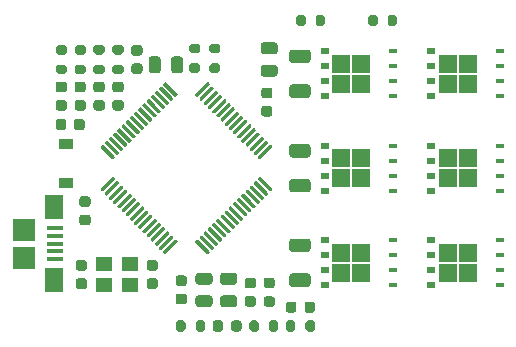
<source format=gbr>
%TF.GenerationSoftware,KiCad,Pcbnew,(5.1.12)-1*%
%TF.CreationDate,2022-04-07T02:34:00+02:00*%
%TF.ProjectId,xESC2,78455343-322e-46b6-9963-61645f706362,rev?*%
%TF.SameCoordinates,Original*%
%TF.FileFunction,Paste,Top*%
%TF.FilePolarity,Positive*%
%FSLAX46Y46*%
G04 Gerber Fmt 4.6, Leading zero omitted, Abs format (unit mm)*
G04 Created by KiCad (PCBNEW (5.1.12)-1) date 2022-04-07 02:34:00*
%MOMM*%
%LPD*%
G01*
G04 APERTURE LIST*
%ADD10R,1.400000X1.200000*%
%ADD11R,1.600000X2.100000*%
%ADD12R,1.900000X1.900000*%
%ADD13R,1.350000X0.400000*%
%ADD14R,1.200000X0.900000*%
%ADD15R,0.750000X0.500000*%
%ADD16R,1.500000X1.500000*%
%ADD17R,0.750000X0.400000*%
G04 APERTURE END LIST*
%TO.C,C3*%
G36*
G01*
X254650001Y-109500000D02*
X253349999Y-109500000D01*
G75*
G02*
X253100000Y-109250001I0J249999D01*
G01*
X253100000Y-108599999D01*
G75*
G02*
X253349999Y-108350000I249999J0D01*
G01*
X254650001Y-108350000D01*
G75*
G02*
X254900000Y-108599999I0J-249999D01*
G01*
X254900000Y-109250001D01*
G75*
G02*
X254650001Y-109500000I-249999J0D01*
G01*
G37*
G36*
G01*
X254650001Y-112450000D02*
X253349999Y-112450000D01*
G75*
G02*
X253100000Y-112200001I0J249999D01*
G01*
X253100000Y-111549999D01*
G75*
G02*
X253349999Y-111300000I249999J0D01*
G01*
X254650001Y-111300000D01*
G75*
G02*
X254900000Y-111549999I0J-249999D01*
G01*
X254900000Y-112200001D01*
G75*
G02*
X254650001Y-112450000I-249999J0D01*
G01*
G37*
%TD*%
D10*
%TO.C,Y1*%
X237400000Y-126550000D03*
X239600000Y-126550000D03*
X239600000Y-128250000D03*
X237400000Y-128250000D03*
%TD*%
%TO.C,U4*%
G36*
G01*
X238124428Y-117639860D02*
X237134478Y-116649910D01*
G75*
G02*
X237134478Y-116543844I53033J53033D01*
G01*
X237240544Y-116437778D01*
G75*
G02*
X237346610Y-116437778I53033J-53033D01*
G01*
X238336560Y-117427728D01*
G75*
G02*
X238336560Y-117533794I-53033J-53033D01*
G01*
X238230494Y-117639860D01*
G75*
G02*
X238124428Y-117639860I-53033J53033D01*
G01*
G37*
G36*
G01*
X238477981Y-117286307D02*
X237488031Y-116296357D01*
G75*
G02*
X237488031Y-116190291I53033J53033D01*
G01*
X237594097Y-116084225D01*
G75*
G02*
X237700163Y-116084225I53033J-53033D01*
G01*
X238690113Y-117074175D01*
G75*
G02*
X238690113Y-117180241I-53033J-53033D01*
G01*
X238584047Y-117286307D01*
G75*
G02*
X238477981Y-117286307I-53033J53033D01*
G01*
G37*
G36*
G01*
X238831534Y-116932754D02*
X237841584Y-115942804D01*
G75*
G02*
X237841584Y-115836738I53033J53033D01*
G01*
X237947650Y-115730672D01*
G75*
G02*
X238053716Y-115730672I53033J-53033D01*
G01*
X239043666Y-116720622D01*
G75*
G02*
X239043666Y-116826688I-53033J-53033D01*
G01*
X238937600Y-116932754D01*
G75*
G02*
X238831534Y-116932754I-53033J53033D01*
G01*
G37*
G36*
G01*
X239185088Y-116579200D02*
X238195138Y-115589250D01*
G75*
G02*
X238195138Y-115483184I53033J53033D01*
G01*
X238301204Y-115377118D01*
G75*
G02*
X238407270Y-115377118I53033J-53033D01*
G01*
X239397220Y-116367068D01*
G75*
G02*
X239397220Y-116473134I-53033J-53033D01*
G01*
X239291154Y-116579200D01*
G75*
G02*
X239185088Y-116579200I-53033J53033D01*
G01*
G37*
G36*
G01*
X239538641Y-116225647D02*
X238548691Y-115235697D01*
G75*
G02*
X238548691Y-115129631I53033J53033D01*
G01*
X238654757Y-115023565D01*
G75*
G02*
X238760823Y-115023565I53033J-53033D01*
G01*
X239750773Y-116013515D01*
G75*
G02*
X239750773Y-116119581I-53033J-53033D01*
G01*
X239644707Y-116225647D01*
G75*
G02*
X239538641Y-116225647I-53033J53033D01*
G01*
G37*
G36*
G01*
X239892195Y-115872093D02*
X238902245Y-114882143D01*
G75*
G02*
X238902245Y-114776077I53033J53033D01*
G01*
X239008311Y-114670011D01*
G75*
G02*
X239114377Y-114670011I53033J-53033D01*
G01*
X240104327Y-115659961D01*
G75*
G02*
X240104327Y-115766027I-53033J-53033D01*
G01*
X239998261Y-115872093D01*
G75*
G02*
X239892195Y-115872093I-53033J53033D01*
G01*
G37*
G36*
G01*
X240245748Y-115518540D02*
X239255798Y-114528590D01*
G75*
G02*
X239255798Y-114422524I53033J53033D01*
G01*
X239361864Y-114316458D01*
G75*
G02*
X239467930Y-114316458I53033J-53033D01*
G01*
X240457880Y-115306408D01*
G75*
G02*
X240457880Y-115412474I-53033J-53033D01*
G01*
X240351814Y-115518540D01*
G75*
G02*
X240245748Y-115518540I-53033J53033D01*
G01*
G37*
G36*
G01*
X240599301Y-115164987D02*
X239609351Y-114175037D01*
G75*
G02*
X239609351Y-114068971I53033J53033D01*
G01*
X239715417Y-113962905D01*
G75*
G02*
X239821483Y-113962905I53033J-53033D01*
G01*
X240811433Y-114952855D01*
G75*
G02*
X240811433Y-115058921I-53033J-53033D01*
G01*
X240705367Y-115164987D01*
G75*
G02*
X240599301Y-115164987I-53033J53033D01*
G01*
G37*
G36*
G01*
X240952855Y-114811433D02*
X239962905Y-113821483D01*
G75*
G02*
X239962905Y-113715417I53033J53033D01*
G01*
X240068971Y-113609351D01*
G75*
G02*
X240175037Y-113609351I53033J-53033D01*
G01*
X241164987Y-114599301D01*
G75*
G02*
X241164987Y-114705367I-53033J-53033D01*
G01*
X241058921Y-114811433D01*
G75*
G02*
X240952855Y-114811433I-53033J53033D01*
G01*
G37*
G36*
G01*
X241306408Y-114457880D02*
X240316458Y-113467930D01*
G75*
G02*
X240316458Y-113361864I53033J53033D01*
G01*
X240422524Y-113255798D01*
G75*
G02*
X240528590Y-113255798I53033J-53033D01*
G01*
X241518540Y-114245748D01*
G75*
G02*
X241518540Y-114351814I-53033J-53033D01*
G01*
X241412474Y-114457880D01*
G75*
G02*
X241306408Y-114457880I-53033J53033D01*
G01*
G37*
G36*
G01*
X241659961Y-114104327D02*
X240670011Y-113114377D01*
G75*
G02*
X240670011Y-113008311I53033J53033D01*
G01*
X240776077Y-112902245D01*
G75*
G02*
X240882143Y-112902245I53033J-53033D01*
G01*
X241872093Y-113892195D01*
G75*
G02*
X241872093Y-113998261I-53033J-53033D01*
G01*
X241766027Y-114104327D01*
G75*
G02*
X241659961Y-114104327I-53033J53033D01*
G01*
G37*
G36*
G01*
X242013515Y-113750773D02*
X241023565Y-112760823D01*
G75*
G02*
X241023565Y-112654757I53033J53033D01*
G01*
X241129631Y-112548691D01*
G75*
G02*
X241235697Y-112548691I53033J-53033D01*
G01*
X242225647Y-113538641D01*
G75*
G02*
X242225647Y-113644707I-53033J-53033D01*
G01*
X242119581Y-113750773D01*
G75*
G02*
X242013515Y-113750773I-53033J53033D01*
G01*
G37*
G36*
G01*
X242367068Y-113397220D02*
X241377118Y-112407270D01*
G75*
G02*
X241377118Y-112301204I53033J53033D01*
G01*
X241483184Y-112195138D01*
G75*
G02*
X241589250Y-112195138I53033J-53033D01*
G01*
X242579200Y-113185088D01*
G75*
G02*
X242579200Y-113291154I-53033J-53033D01*
G01*
X242473134Y-113397220D01*
G75*
G02*
X242367068Y-113397220I-53033J53033D01*
G01*
G37*
G36*
G01*
X242720622Y-113043666D02*
X241730672Y-112053716D01*
G75*
G02*
X241730672Y-111947650I53033J53033D01*
G01*
X241836738Y-111841584D01*
G75*
G02*
X241942804Y-111841584I53033J-53033D01*
G01*
X242932754Y-112831534D01*
G75*
G02*
X242932754Y-112937600I-53033J-53033D01*
G01*
X242826688Y-113043666D01*
G75*
G02*
X242720622Y-113043666I-53033J53033D01*
G01*
G37*
G36*
G01*
X243074175Y-112690113D02*
X242084225Y-111700163D01*
G75*
G02*
X242084225Y-111594097I53033J53033D01*
G01*
X242190291Y-111488031D01*
G75*
G02*
X242296357Y-111488031I53033J-53033D01*
G01*
X243286307Y-112477981D01*
G75*
G02*
X243286307Y-112584047I-53033J-53033D01*
G01*
X243180241Y-112690113D01*
G75*
G02*
X243074175Y-112690113I-53033J53033D01*
G01*
G37*
G36*
G01*
X243427728Y-112336560D02*
X242437778Y-111346610D01*
G75*
G02*
X242437778Y-111240544I53033J53033D01*
G01*
X242543844Y-111134478D01*
G75*
G02*
X242649910Y-111134478I53033J-53033D01*
G01*
X243639860Y-112124428D01*
G75*
G02*
X243639860Y-112230494I-53033J-53033D01*
G01*
X243533794Y-112336560D01*
G75*
G02*
X243427728Y-112336560I-53033J53033D01*
G01*
G37*
G36*
G01*
X245266206Y-112336560D02*
X245160140Y-112230494D01*
G75*
G02*
X245160140Y-112124428I53033J53033D01*
G01*
X246150090Y-111134478D01*
G75*
G02*
X246256156Y-111134478I53033J-53033D01*
G01*
X246362222Y-111240544D01*
G75*
G02*
X246362222Y-111346610I-53033J-53033D01*
G01*
X245372272Y-112336560D01*
G75*
G02*
X245266206Y-112336560I-53033J53033D01*
G01*
G37*
G36*
G01*
X245619759Y-112690113D02*
X245513693Y-112584047D01*
G75*
G02*
X245513693Y-112477981I53033J53033D01*
G01*
X246503643Y-111488031D01*
G75*
G02*
X246609709Y-111488031I53033J-53033D01*
G01*
X246715775Y-111594097D01*
G75*
G02*
X246715775Y-111700163I-53033J-53033D01*
G01*
X245725825Y-112690113D01*
G75*
G02*
X245619759Y-112690113I-53033J53033D01*
G01*
G37*
G36*
G01*
X245973312Y-113043666D02*
X245867246Y-112937600D01*
G75*
G02*
X245867246Y-112831534I53033J53033D01*
G01*
X246857196Y-111841584D01*
G75*
G02*
X246963262Y-111841584I53033J-53033D01*
G01*
X247069328Y-111947650D01*
G75*
G02*
X247069328Y-112053716I-53033J-53033D01*
G01*
X246079378Y-113043666D01*
G75*
G02*
X245973312Y-113043666I-53033J53033D01*
G01*
G37*
G36*
G01*
X246326866Y-113397220D02*
X246220800Y-113291154D01*
G75*
G02*
X246220800Y-113185088I53033J53033D01*
G01*
X247210750Y-112195138D01*
G75*
G02*
X247316816Y-112195138I53033J-53033D01*
G01*
X247422882Y-112301204D01*
G75*
G02*
X247422882Y-112407270I-53033J-53033D01*
G01*
X246432932Y-113397220D01*
G75*
G02*
X246326866Y-113397220I-53033J53033D01*
G01*
G37*
G36*
G01*
X246680419Y-113750773D02*
X246574353Y-113644707D01*
G75*
G02*
X246574353Y-113538641I53033J53033D01*
G01*
X247564303Y-112548691D01*
G75*
G02*
X247670369Y-112548691I53033J-53033D01*
G01*
X247776435Y-112654757D01*
G75*
G02*
X247776435Y-112760823I-53033J-53033D01*
G01*
X246786485Y-113750773D01*
G75*
G02*
X246680419Y-113750773I-53033J53033D01*
G01*
G37*
G36*
G01*
X247033973Y-114104327D02*
X246927907Y-113998261D01*
G75*
G02*
X246927907Y-113892195I53033J53033D01*
G01*
X247917857Y-112902245D01*
G75*
G02*
X248023923Y-112902245I53033J-53033D01*
G01*
X248129989Y-113008311D01*
G75*
G02*
X248129989Y-113114377I-53033J-53033D01*
G01*
X247140039Y-114104327D01*
G75*
G02*
X247033973Y-114104327I-53033J53033D01*
G01*
G37*
G36*
G01*
X247387526Y-114457880D02*
X247281460Y-114351814D01*
G75*
G02*
X247281460Y-114245748I53033J53033D01*
G01*
X248271410Y-113255798D01*
G75*
G02*
X248377476Y-113255798I53033J-53033D01*
G01*
X248483542Y-113361864D01*
G75*
G02*
X248483542Y-113467930I-53033J-53033D01*
G01*
X247493592Y-114457880D01*
G75*
G02*
X247387526Y-114457880I-53033J53033D01*
G01*
G37*
G36*
G01*
X247741079Y-114811433D02*
X247635013Y-114705367D01*
G75*
G02*
X247635013Y-114599301I53033J53033D01*
G01*
X248624963Y-113609351D01*
G75*
G02*
X248731029Y-113609351I53033J-53033D01*
G01*
X248837095Y-113715417D01*
G75*
G02*
X248837095Y-113821483I-53033J-53033D01*
G01*
X247847145Y-114811433D01*
G75*
G02*
X247741079Y-114811433I-53033J53033D01*
G01*
G37*
G36*
G01*
X248094633Y-115164987D02*
X247988567Y-115058921D01*
G75*
G02*
X247988567Y-114952855I53033J53033D01*
G01*
X248978517Y-113962905D01*
G75*
G02*
X249084583Y-113962905I53033J-53033D01*
G01*
X249190649Y-114068971D01*
G75*
G02*
X249190649Y-114175037I-53033J-53033D01*
G01*
X248200699Y-115164987D01*
G75*
G02*
X248094633Y-115164987I-53033J53033D01*
G01*
G37*
G36*
G01*
X248448186Y-115518540D02*
X248342120Y-115412474D01*
G75*
G02*
X248342120Y-115306408I53033J53033D01*
G01*
X249332070Y-114316458D01*
G75*
G02*
X249438136Y-114316458I53033J-53033D01*
G01*
X249544202Y-114422524D01*
G75*
G02*
X249544202Y-114528590I-53033J-53033D01*
G01*
X248554252Y-115518540D01*
G75*
G02*
X248448186Y-115518540I-53033J53033D01*
G01*
G37*
G36*
G01*
X248801739Y-115872093D02*
X248695673Y-115766027D01*
G75*
G02*
X248695673Y-115659961I53033J53033D01*
G01*
X249685623Y-114670011D01*
G75*
G02*
X249791689Y-114670011I53033J-53033D01*
G01*
X249897755Y-114776077D01*
G75*
G02*
X249897755Y-114882143I-53033J-53033D01*
G01*
X248907805Y-115872093D01*
G75*
G02*
X248801739Y-115872093I-53033J53033D01*
G01*
G37*
G36*
G01*
X249155293Y-116225647D02*
X249049227Y-116119581D01*
G75*
G02*
X249049227Y-116013515I53033J53033D01*
G01*
X250039177Y-115023565D01*
G75*
G02*
X250145243Y-115023565I53033J-53033D01*
G01*
X250251309Y-115129631D01*
G75*
G02*
X250251309Y-115235697I-53033J-53033D01*
G01*
X249261359Y-116225647D01*
G75*
G02*
X249155293Y-116225647I-53033J53033D01*
G01*
G37*
G36*
G01*
X249508846Y-116579200D02*
X249402780Y-116473134D01*
G75*
G02*
X249402780Y-116367068I53033J53033D01*
G01*
X250392730Y-115377118D01*
G75*
G02*
X250498796Y-115377118I53033J-53033D01*
G01*
X250604862Y-115483184D01*
G75*
G02*
X250604862Y-115589250I-53033J-53033D01*
G01*
X249614912Y-116579200D01*
G75*
G02*
X249508846Y-116579200I-53033J53033D01*
G01*
G37*
G36*
G01*
X249862400Y-116932754D02*
X249756334Y-116826688D01*
G75*
G02*
X249756334Y-116720622I53033J53033D01*
G01*
X250746284Y-115730672D01*
G75*
G02*
X250852350Y-115730672I53033J-53033D01*
G01*
X250958416Y-115836738D01*
G75*
G02*
X250958416Y-115942804I-53033J-53033D01*
G01*
X249968466Y-116932754D01*
G75*
G02*
X249862400Y-116932754I-53033J53033D01*
G01*
G37*
G36*
G01*
X250215953Y-117286307D02*
X250109887Y-117180241D01*
G75*
G02*
X250109887Y-117074175I53033J53033D01*
G01*
X251099837Y-116084225D01*
G75*
G02*
X251205903Y-116084225I53033J-53033D01*
G01*
X251311969Y-116190291D01*
G75*
G02*
X251311969Y-116296357I-53033J-53033D01*
G01*
X250322019Y-117286307D01*
G75*
G02*
X250215953Y-117286307I-53033J53033D01*
G01*
G37*
G36*
G01*
X250569506Y-117639860D02*
X250463440Y-117533794D01*
G75*
G02*
X250463440Y-117427728I53033J53033D01*
G01*
X251453390Y-116437778D01*
G75*
G02*
X251559456Y-116437778I53033J-53033D01*
G01*
X251665522Y-116543844D01*
G75*
G02*
X251665522Y-116649910I-53033J-53033D01*
G01*
X250675572Y-117639860D01*
G75*
G02*
X250569506Y-117639860I-53033J53033D01*
G01*
G37*
G36*
G01*
X251453390Y-120362222D02*
X250463440Y-119372272D01*
G75*
G02*
X250463440Y-119266206I53033J53033D01*
G01*
X250569506Y-119160140D01*
G75*
G02*
X250675572Y-119160140I53033J-53033D01*
G01*
X251665522Y-120150090D01*
G75*
G02*
X251665522Y-120256156I-53033J-53033D01*
G01*
X251559456Y-120362222D01*
G75*
G02*
X251453390Y-120362222I-53033J53033D01*
G01*
G37*
G36*
G01*
X251099837Y-120715775D02*
X250109887Y-119725825D01*
G75*
G02*
X250109887Y-119619759I53033J53033D01*
G01*
X250215953Y-119513693D01*
G75*
G02*
X250322019Y-119513693I53033J-53033D01*
G01*
X251311969Y-120503643D01*
G75*
G02*
X251311969Y-120609709I-53033J-53033D01*
G01*
X251205903Y-120715775D01*
G75*
G02*
X251099837Y-120715775I-53033J53033D01*
G01*
G37*
G36*
G01*
X250746284Y-121069328D02*
X249756334Y-120079378D01*
G75*
G02*
X249756334Y-119973312I53033J53033D01*
G01*
X249862400Y-119867246D01*
G75*
G02*
X249968466Y-119867246I53033J-53033D01*
G01*
X250958416Y-120857196D01*
G75*
G02*
X250958416Y-120963262I-53033J-53033D01*
G01*
X250852350Y-121069328D01*
G75*
G02*
X250746284Y-121069328I-53033J53033D01*
G01*
G37*
G36*
G01*
X250392730Y-121422882D02*
X249402780Y-120432932D01*
G75*
G02*
X249402780Y-120326866I53033J53033D01*
G01*
X249508846Y-120220800D01*
G75*
G02*
X249614912Y-120220800I53033J-53033D01*
G01*
X250604862Y-121210750D01*
G75*
G02*
X250604862Y-121316816I-53033J-53033D01*
G01*
X250498796Y-121422882D01*
G75*
G02*
X250392730Y-121422882I-53033J53033D01*
G01*
G37*
G36*
G01*
X250039177Y-121776435D02*
X249049227Y-120786485D01*
G75*
G02*
X249049227Y-120680419I53033J53033D01*
G01*
X249155293Y-120574353D01*
G75*
G02*
X249261359Y-120574353I53033J-53033D01*
G01*
X250251309Y-121564303D01*
G75*
G02*
X250251309Y-121670369I-53033J-53033D01*
G01*
X250145243Y-121776435D01*
G75*
G02*
X250039177Y-121776435I-53033J53033D01*
G01*
G37*
G36*
G01*
X249685623Y-122129989D02*
X248695673Y-121140039D01*
G75*
G02*
X248695673Y-121033973I53033J53033D01*
G01*
X248801739Y-120927907D01*
G75*
G02*
X248907805Y-120927907I53033J-53033D01*
G01*
X249897755Y-121917857D01*
G75*
G02*
X249897755Y-122023923I-53033J-53033D01*
G01*
X249791689Y-122129989D01*
G75*
G02*
X249685623Y-122129989I-53033J53033D01*
G01*
G37*
G36*
G01*
X249332070Y-122483542D02*
X248342120Y-121493592D01*
G75*
G02*
X248342120Y-121387526I53033J53033D01*
G01*
X248448186Y-121281460D01*
G75*
G02*
X248554252Y-121281460I53033J-53033D01*
G01*
X249544202Y-122271410D01*
G75*
G02*
X249544202Y-122377476I-53033J-53033D01*
G01*
X249438136Y-122483542D01*
G75*
G02*
X249332070Y-122483542I-53033J53033D01*
G01*
G37*
G36*
G01*
X248978517Y-122837095D02*
X247988567Y-121847145D01*
G75*
G02*
X247988567Y-121741079I53033J53033D01*
G01*
X248094633Y-121635013D01*
G75*
G02*
X248200699Y-121635013I53033J-53033D01*
G01*
X249190649Y-122624963D01*
G75*
G02*
X249190649Y-122731029I-53033J-53033D01*
G01*
X249084583Y-122837095D01*
G75*
G02*
X248978517Y-122837095I-53033J53033D01*
G01*
G37*
G36*
G01*
X248624963Y-123190649D02*
X247635013Y-122200699D01*
G75*
G02*
X247635013Y-122094633I53033J53033D01*
G01*
X247741079Y-121988567D01*
G75*
G02*
X247847145Y-121988567I53033J-53033D01*
G01*
X248837095Y-122978517D01*
G75*
G02*
X248837095Y-123084583I-53033J-53033D01*
G01*
X248731029Y-123190649D01*
G75*
G02*
X248624963Y-123190649I-53033J53033D01*
G01*
G37*
G36*
G01*
X248271410Y-123544202D02*
X247281460Y-122554252D01*
G75*
G02*
X247281460Y-122448186I53033J53033D01*
G01*
X247387526Y-122342120D01*
G75*
G02*
X247493592Y-122342120I53033J-53033D01*
G01*
X248483542Y-123332070D01*
G75*
G02*
X248483542Y-123438136I-53033J-53033D01*
G01*
X248377476Y-123544202D01*
G75*
G02*
X248271410Y-123544202I-53033J53033D01*
G01*
G37*
G36*
G01*
X247917857Y-123897755D02*
X246927907Y-122907805D01*
G75*
G02*
X246927907Y-122801739I53033J53033D01*
G01*
X247033973Y-122695673D01*
G75*
G02*
X247140039Y-122695673I53033J-53033D01*
G01*
X248129989Y-123685623D01*
G75*
G02*
X248129989Y-123791689I-53033J-53033D01*
G01*
X248023923Y-123897755D01*
G75*
G02*
X247917857Y-123897755I-53033J53033D01*
G01*
G37*
G36*
G01*
X247564303Y-124251309D02*
X246574353Y-123261359D01*
G75*
G02*
X246574353Y-123155293I53033J53033D01*
G01*
X246680419Y-123049227D01*
G75*
G02*
X246786485Y-123049227I53033J-53033D01*
G01*
X247776435Y-124039177D01*
G75*
G02*
X247776435Y-124145243I-53033J-53033D01*
G01*
X247670369Y-124251309D01*
G75*
G02*
X247564303Y-124251309I-53033J53033D01*
G01*
G37*
G36*
G01*
X247210750Y-124604862D02*
X246220800Y-123614912D01*
G75*
G02*
X246220800Y-123508846I53033J53033D01*
G01*
X246326866Y-123402780D01*
G75*
G02*
X246432932Y-123402780I53033J-53033D01*
G01*
X247422882Y-124392730D01*
G75*
G02*
X247422882Y-124498796I-53033J-53033D01*
G01*
X247316816Y-124604862D01*
G75*
G02*
X247210750Y-124604862I-53033J53033D01*
G01*
G37*
G36*
G01*
X246857196Y-124958416D02*
X245867246Y-123968466D01*
G75*
G02*
X245867246Y-123862400I53033J53033D01*
G01*
X245973312Y-123756334D01*
G75*
G02*
X246079378Y-123756334I53033J-53033D01*
G01*
X247069328Y-124746284D01*
G75*
G02*
X247069328Y-124852350I-53033J-53033D01*
G01*
X246963262Y-124958416D01*
G75*
G02*
X246857196Y-124958416I-53033J53033D01*
G01*
G37*
G36*
G01*
X246503643Y-125311969D02*
X245513693Y-124322019D01*
G75*
G02*
X245513693Y-124215953I53033J53033D01*
G01*
X245619759Y-124109887D01*
G75*
G02*
X245725825Y-124109887I53033J-53033D01*
G01*
X246715775Y-125099837D01*
G75*
G02*
X246715775Y-125205903I-53033J-53033D01*
G01*
X246609709Y-125311969D01*
G75*
G02*
X246503643Y-125311969I-53033J53033D01*
G01*
G37*
G36*
G01*
X246150090Y-125665522D02*
X245160140Y-124675572D01*
G75*
G02*
X245160140Y-124569506I53033J53033D01*
G01*
X245266206Y-124463440D01*
G75*
G02*
X245372272Y-124463440I53033J-53033D01*
G01*
X246362222Y-125453390D01*
G75*
G02*
X246362222Y-125559456I-53033J-53033D01*
G01*
X246256156Y-125665522D01*
G75*
G02*
X246150090Y-125665522I-53033J53033D01*
G01*
G37*
G36*
G01*
X242543844Y-125665522D02*
X242437778Y-125559456D01*
G75*
G02*
X242437778Y-125453390I53033J53033D01*
G01*
X243427728Y-124463440D01*
G75*
G02*
X243533794Y-124463440I53033J-53033D01*
G01*
X243639860Y-124569506D01*
G75*
G02*
X243639860Y-124675572I-53033J-53033D01*
G01*
X242649910Y-125665522D01*
G75*
G02*
X242543844Y-125665522I-53033J53033D01*
G01*
G37*
G36*
G01*
X242190291Y-125311969D02*
X242084225Y-125205903D01*
G75*
G02*
X242084225Y-125099837I53033J53033D01*
G01*
X243074175Y-124109887D01*
G75*
G02*
X243180241Y-124109887I53033J-53033D01*
G01*
X243286307Y-124215953D01*
G75*
G02*
X243286307Y-124322019I-53033J-53033D01*
G01*
X242296357Y-125311969D01*
G75*
G02*
X242190291Y-125311969I-53033J53033D01*
G01*
G37*
G36*
G01*
X241836738Y-124958416D02*
X241730672Y-124852350D01*
G75*
G02*
X241730672Y-124746284I53033J53033D01*
G01*
X242720622Y-123756334D01*
G75*
G02*
X242826688Y-123756334I53033J-53033D01*
G01*
X242932754Y-123862400D01*
G75*
G02*
X242932754Y-123968466I-53033J-53033D01*
G01*
X241942804Y-124958416D01*
G75*
G02*
X241836738Y-124958416I-53033J53033D01*
G01*
G37*
G36*
G01*
X241483184Y-124604862D02*
X241377118Y-124498796D01*
G75*
G02*
X241377118Y-124392730I53033J53033D01*
G01*
X242367068Y-123402780D01*
G75*
G02*
X242473134Y-123402780I53033J-53033D01*
G01*
X242579200Y-123508846D01*
G75*
G02*
X242579200Y-123614912I-53033J-53033D01*
G01*
X241589250Y-124604862D01*
G75*
G02*
X241483184Y-124604862I-53033J53033D01*
G01*
G37*
G36*
G01*
X241129631Y-124251309D02*
X241023565Y-124145243D01*
G75*
G02*
X241023565Y-124039177I53033J53033D01*
G01*
X242013515Y-123049227D01*
G75*
G02*
X242119581Y-123049227I53033J-53033D01*
G01*
X242225647Y-123155293D01*
G75*
G02*
X242225647Y-123261359I-53033J-53033D01*
G01*
X241235697Y-124251309D01*
G75*
G02*
X241129631Y-124251309I-53033J53033D01*
G01*
G37*
G36*
G01*
X240776077Y-123897755D02*
X240670011Y-123791689D01*
G75*
G02*
X240670011Y-123685623I53033J53033D01*
G01*
X241659961Y-122695673D01*
G75*
G02*
X241766027Y-122695673I53033J-53033D01*
G01*
X241872093Y-122801739D01*
G75*
G02*
X241872093Y-122907805I-53033J-53033D01*
G01*
X240882143Y-123897755D01*
G75*
G02*
X240776077Y-123897755I-53033J53033D01*
G01*
G37*
G36*
G01*
X240422524Y-123544202D02*
X240316458Y-123438136D01*
G75*
G02*
X240316458Y-123332070I53033J53033D01*
G01*
X241306408Y-122342120D01*
G75*
G02*
X241412474Y-122342120I53033J-53033D01*
G01*
X241518540Y-122448186D01*
G75*
G02*
X241518540Y-122554252I-53033J-53033D01*
G01*
X240528590Y-123544202D01*
G75*
G02*
X240422524Y-123544202I-53033J53033D01*
G01*
G37*
G36*
G01*
X240068971Y-123190649D02*
X239962905Y-123084583D01*
G75*
G02*
X239962905Y-122978517I53033J53033D01*
G01*
X240952855Y-121988567D01*
G75*
G02*
X241058921Y-121988567I53033J-53033D01*
G01*
X241164987Y-122094633D01*
G75*
G02*
X241164987Y-122200699I-53033J-53033D01*
G01*
X240175037Y-123190649D01*
G75*
G02*
X240068971Y-123190649I-53033J53033D01*
G01*
G37*
G36*
G01*
X239715417Y-122837095D02*
X239609351Y-122731029D01*
G75*
G02*
X239609351Y-122624963I53033J53033D01*
G01*
X240599301Y-121635013D01*
G75*
G02*
X240705367Y-121635013I53033J-53033D01*
G01*
X240811433Y-121741079D01*
G75*
G02*
X240811433Y-121847145I-53033J-53033D01*
G01*
X239821483Y-122837095D01*
G75*
G02*
X239715417Y-122837095I-53033J53033D01*
G01*
G37*
G36*
G01*
X239361864Y-122483542D02*
X239255798Y-122377476D01*
G75*
G02*
X239255798Y-122271410I53033J53033D01*
G01*
X240245748Y-121281460D01*
G75*
G02*
X240351814Y-121281460I53033J-53033D01*
G01*
X240457880Y-121387526D01*
G75*
G02*
X240457880Y-121493592I-53033J-53033D01*
G01*
X239467930Y-122483542D01*
G75*
G02*
X239361864Y-122483542I-53033J53033D01*
G01*
G37*
G36*
G01*
X239008311Y-122129989D02*
X238902245Y-122023923D01*
G75*
G02*
X238902245Y-121917857I53033J53033D01*
G01*
X239892195Y-120927907D01*
G75*
G02*
X239998261Y-120927907I53033J-53033D01*
G01*
X240104327Y-121033973D01*
G75*
G02*
X240104327Y-121140039I-53033J-53033D01*
G01*
X239114377Y-122129989D01*
G75*
G02*
X239008311Y-122129989I-53033J53033D01*
G01*
G37*
G36*
G01*
X238654757Y-121776435D02*
X238548691Y-121670369D01*
G75*
G02*
X238548691Y-121564303I53033J53033D01*
G01*
X239538641Y-120574353D01*
G75*
G02*
X239644707Y-120574353I53033J-53033D01*
G01*
X239750773Y-120680419D01*
G75*
G02*
X239750773Y-120786485I-53033J-53033D01*
G01*
X238760823Y-121776435D01*
G75*
G02*
X238654757Y-121776435I-53033J53033D01*
G01*
G37*
G36*
G01*
X238301204Y-121422882D02*
X238195138Y-121316816D01*
G75*
G02*
X238195138Y-121210750I53033J53033D01*
G01*
X239185088Y-120220800D01*
G75*
G02*
X239291154Y-120220800I53033J-53033D01*
G01*
X239397220Y-120326866D01*
G75*
G02*
X239397220Y-120432932I-53033J-53033D01*
G01*
X238407270Y-121422882D01*
G75*
G02*
X238301204Y-121422882I-53033J53033D01*
G01*
G37*
G36*
G01*
X237947650Y-121069328D02*
X237841584Y-120963262D01*
G75*
G02*
X237841584Y-120857196I53033J53033D01*
G01*
X238831534Y-119867246D01*
G75*
G02*
X238937600Y-119867246I53033J-53033D01*
G01*
X239043666Y-119973312D01*
G75*
G02*
X239043666Y-120079378I-53033J-53033D01*
G01*
X238053716Y-121069328D01*
G75*
G02*
X237947650Y-121069328I-53033J53033D01*
G01*
G37*
G36*
G01*
X237594097Y-120715775D02*
X237488031Y-120609709D01*
G75*
G02*
X237488031Y-120503643I53033J53033D01*
G01*
X238477981Y-119513693D01*
G75*
G02*
X238584047Y-119513693I53033J-53033D01*
G01*
X238690113Y-119619759D01*
G75*
G02*
X238690113Y-119725825I-53033J-53033D01*
G01*
X237700163Y-120715775D01*
G75*
G02*
X237594097Y-120715775I-53033J53033D01*
G01*
G37*
G36*
G01*
X237240544Y-120362222D02*
X237134478Y-120256156D01*
G75*
G02*
X237134478Y-120150090I53033J53033D01*
G01*
X238124428Y-119160140D01*
G75*
G02*
X238230494Y-119160140I53033J-53033D01*
G01*
X238336560Y-119266206D01*
G75*
G02*
X238336560Y-119372272I-53033J-53033D01*
G01*
X237346610Y-120362222D01*
G75*
G02*
X237240544Y-120362222I-53033J53033D01*
G01*
G37*
%TD*%
%TO.C,R40*%
G36*
G01*
X261425000Y-106175000D02*
X261425000Y-105625000D01*
G75*
G02*
X261625000Y-105425000I200000J0D01*
G01*
X262025000Y-105425000D01*
G75*
G02*
X262225000Y-105625000I0J-200000D01*
G01*
X262225000Y-106175000D01*
G75*
G02*
X262025000Y-106375000I-200000J0D01*
G01*
X261625000Y-106375000D01*
G75*
G02*
X261425000Y-106175000I0J200000D01*
G01*
G37*
G36*
G01*
X259775000Y-106175000D02*
X259775000Y-105625000D01*
G75*
G02*
X259975000Y-105425000I200000J0D01*
G01*
X260375000Y-105425000D01*
G75*
G02*
X260575000Y-105625000I0J-200000D01*
G01*
X260575000Y-106175000D01*
G75*
G02*
X260375000Y-106375000I-200000J0D01*
G01*
X259975000Y-106375000D01*
G75*
G02*
X259775000Y-106175000I0J200000D01*
G01*
G37*
%TD*%
%TO.C,R39*%
G36*
G01*
X255325000Y-106175000D02*
X255325000Y-105625000D01*
G75*
G02*
X255525000Y-105425000I200000J0D01*
G01*
X255925000Y-105425000D01*
G75*
G02*
X256125000Y-105625000I0J-200000D01*
G01*
X256125000Y-106175000D01*
G75*
G02*
X255925000Y-106375000I-200000J0D01*
G01*
X255525000Y-106375000D01*
G75*
G02*
X255325000Y-106175000I0J200000D01*
G01*
G37*
G36*
G01*
X253675000Y-106175000D02*
X253675000Y-105625000D01*
G75*
G02*
X253875000Y-105425000I200000J0D01*
G01*
X254275000Y-105425000D01*
G75*
G02*
X254475000Y-105625000I0J-200000D01*
G01*
X254475000Y-106175000D01*
G75*
G02*
X254275000Y-106375000I-200000J0D01*
G01*
X253875000Y-106375000D01*
G75*
G02*
X253675000Y-106175000I0J200000D01*
G01*
G37*
%TD*%
%TO.C,R38*%
G36*
G01*
X245165000Y-132035000D02*
X245165000Y-131485000D01*
G75*
G02*
X245365000Y-131285000I200000J0D01*
G01*
X245765000Y-131285000D01*
G75*
G02*
X245965000Y-131485000I0J-200000D01*
G01*
X245965000Y-132035000D01*
G75*
G02*
X245765000Y-132235000I-200000J0D01*
G01*
X245365000Y-132235000D01*
G75*
G02*
X245165000Y-132035000I0J200000D01*
G01*
G37*
G36*
G01*
X243515000Y-132035000D02*
X243515000Y-131485000D01*
G75*
G02*
X243715000Y-131285000I200000J0D01*
G01*
X244115000Y-131285000D01*
G75*
G02*
X244315000Y-131485000I0J-200000D01*
G01*
X244315000Y-132035000D01*
G75*
G02*
X244115000Y-132235000I-200000J0D01*
G01*
X243715000Y-132235000D01*
G75*
G02*
X243515000Y-132035000I0J200000D01*
G01*
G37*
%TD*%
%TO.C,R37*%
G36*
G01*
X251365000Y-132035000D02*
X251365000Y-131485000D01*
G75*
G02*
X251565000Y-131285000I200000J0D01*
G01*
X251965000Y-131285000D01*
G75*
G02*
X252165000Y-131485000I0J-200000D01*
G01*
X252165000Y-132035000D01*
G75*
G02*
X251965000Y-132235000I-200000J0D01*
G01*
X251565000Y-132235000D01*
G75*
G02*
X251365000Y-132035000I0J200000D01*
G01*
G37*
G36*
G01*
X249715000Y-132035000D02*
X249715000Y-131485000D01*
G75*
G02*
X249915000Y-131285000I200000J0D01*
G01*
X250315000Y-131285000D01*
G75*
G02*
X250515000Y-131485000I0J-200000D01*
G01*
X250515000Y-132035000D01*
G75*
G02*
X250315000Y-132235000I-200000J0D01*
G01*
X249915000Y-132235000D01*
G75*
G02*
X249715000Y-132035000I0J200000D01*
G01*
G37*
%TD*%
%TO.C,D5*%
G36*
G01*
X247490000Y-131503750D02*
X247490000Y-132016250D01*
G75*
G02*
X247271250Y-132235000I-218750J0D01*
G01*
X246833750Y-132235000D01*
G75*
G02*
X246615000Y-132016250I0J218750D01*
G01*
X246615000Y-131503750D01*
G75*
G02*
X246833750Y-131285000I218750J0D01*
G01*
X247271250Y-131285000D01*
G75*
G02*
X247490000Y-131503750I0J-218750D01*
G01*
G37*
G36*
G01*
X249065000Y-131503750D02*
X249065000Y-132016250D01*
G75*
G02*
X248846250Y-132235000I-218750J0D01*
G01*
X248408750Y-132235000D01*
G75*
G02*
X248190000Y-132016250I0J218750D01*
G01*
X248190000Y-131503750D01*
G75*
G02*
X248408750Y-131285000I218750J0D01*
G01*
X248846250Y-131285000D01*
G75*
G02*
X249065000Y-131503750I0J-218750D01*
G01*
G37*
%TD*%
%TO.C,D4*%
G36*
G01*
X251143750Y-129250000D02*
X251656250Y-129250000D01*
G75*
G02*
X251875000Y-129468750I0J-218750D01*
G01*
X251875000Y-129906250D01*
G75*
G02*
X251656250Y-130125000I-218750J0D01*
G01*
X251143750Y-130125000D01*
G75*
G02*
X250925000Y-129906250I0J218750D01*
G01*
X250925000Y-129468750D01*
G75*
G02*
X251143750Y-129250000I218750J0D01*
G01*
G37*
G36*
G01*
X251143750Y-127675000D02*
X251656250Y-127675000D01*
G75*
G02*
X251875000Y-127893750I0J-218750D01*
G01*
X251875000Y-128331250D01*
G75*
G02*
X251656250Y-128550000I-218750J0D01*
G01*
X251143750Y-128550000D01*
G75*
G02*
X250925000Y-128331250I0J218750D01*
G01*
X250925000Y-127893750D01*
G75*
G02*
X251143750Y-127675000I218750J0D01*
G01*
G37*
%TD*%
%TO.C,R35*%
G36*
G01*
X238325000Y-109625000D02*
X238875000Y-109625000D01*
G75*
G02*
X239075000Y-109825000I0J-200000D01*
G01*
X239075000Y-110225000D01*
G75*
G02*
X238875000Y-110425000I-200000J0D01*
G01*
X238325000Y-110425000D01*
G75*
G02*
X238125000Y-110225000I0J200000D01*
G01*
X238125000Y-109825000D01*
G75*
G02*
X238325000Y-109625000I200000J0D01*
G01*
G37*
G36*
G01*
X238325000Y-107975000D02*
X238875000Y-107975000D01*
G75*
G02*
X239075000Y-108175000I0J-200000D01*
G01*
X239075000Y-108575000D01*
G75*
G02*
X238875000Y-108775000I-200000J0D01*
G01*
X238325000Y-108775000D01*
G75*
G02*
X238125000Y-108575000I0J200000D01*
G01*
X238125000Y-108175000D01*
G75*
G02*
X238325000Y-107975000I200000J0D01*
G01*
G37*
%TD*%
%TO.C,R34*%
G36*
G01*
X236725000Y-109625000D02*
X237275000Y-109625000D01*
G75*
G02*
X237475000Y-109825000I0J-200000D01*
G01*
X237475000Y-110225000D01*
G75*
G02*
X237275000Y-110425000I-200000J0D01*
G01*
X236725000Y-110425000D01*
G75*
G02*
X236525000Y-110225000I0J200000D01*
G01*
X236525000Y-109825000D01*
G75*
G02*
X236725000Y-109625000I200000J0D01*
G01*
G37*
G36*
G01*
X236725000Y-107975000D02*
X237275000Y-107975000D01*
G75*
G02*
X237475000Y-108175000I0J-200000D01*
G01*
X237475000Y-108575000D01*
G75*
G02*
X237275000Y-108775000I-200000J0D01*
G01*
X236725000Y-108775000D01*
G75*
G02*
X236525000Y-108575000I0J200000D01*
G01*
X236525000Y-108175000D01*
G75*
G02*
X236725000Y-107975000I200000J0D01*
G01*
G37*
%TD*%
%TO.C,R33*%
G36*
G01*
X235125000Y-109625000D02*
X235675000Y-109625000D01*
G75*
G02*
X235875000Y-109825000I0J-200000D01*
G01*
X235875000Y-110225000D01*
G75*
G02*
X235675000Y-110425000I-200000J0D01*
G01*
X235125000Y-110425000D01*
G75*
G02*
X234925000Y-110225000I0J200000D01*
G01*
X234925000Y-109825000D01*
G75*
G02*
X235125000Y-109625000I200000J0D01*
G01*
G37*
G36*
G01*
X235125000Y-107975000D02*
X235675000Y-107975000D01*
G75*
G02*
X235875000Y-108175000I0J-200000D01*
G01*
X235875000Y-108575000D01*
G75*
G02*
X235675000Y-108775000I-200000J0D01*
G01*
X235125000Y-108775000D01*
G75*
G02*
X234925000Y-108575000I0J200000D01*
G01*
X234925000Y-108175000D01*
G75*
G02*
X235125000Y-107975000I200000J0D01*
G01*
G37*
%TD*%
%TO.C,R32*%
G36*
G01*
X245375000Y-108675000D02*
X244825000Y-108675000D01*
G75*
G02*
X244625000Y-108475000I0J200000D01*
G01*
X244625000Y-108075000D01*
G75*
G02*
X244825000Y-107875000I200000J0D01*
G01*
X245375000Y-107875000D01*
G75*
G02*
X245575000Y-108075000I0J-200000D01*
G01*
X245575000Y-108475000D01*
G75*
G02*
X245375000Y-108675000I-200000J0D01*
G01*
G37*
G36*
G01*
X245375000Y-110325000D02*
X244825000Y-110325000D01*
G75*
G02*
X244625000Y-110125000I0J200000D01*
G01*
X244625000Y-109725000D01*
G75*
G02*
X244825000Y-109525000I200000J0D01*
G01*
X245375000Y-109525000D01*
G75*
G02*
X245575000Y-109725000I0J-200000D01*
G01*
X245575000Y-110125000D01*
G75*
G02*
X245375000Y-110325000I-200000J0D01*
G01*
G37*
%TD*%
%TO.C,R31*%
G36*
G01*
X247075000Y-108675000D02*
X246525000Y-108675000D01*
G75*
G02*
X246325000Y-108475000I0J200000D01*
G01*
X246325000Y-108075000D01*
G75*
G02*
X246525000Y-107875000I200000J0D01*
G01*
X247075000Y-107875000D01*
G75*
G02*
X247275000Y-108075000I0J-200000D01*
G01*
X247275000Y-108475000D01*
G75*
G02*
X247075000Y-108675000I-200000J0D01*
G01*
G37*
G36*
G01*
X247075000Y-110325000D02*
X246525000Y-110325000D01*
G75*
G02*
X246325000Y-110125000I0J200000D01*
G01*
X246325000Y-109725000D01*
G75*
G02*
X246525000Y-109525000I200000J0D01*
G01*
X247075000Y-109525000D01*
G75*
G02*
X247275000Y-109725000I0J-200000D01*
G01*
X247275000Y-110125000D01*
G75*
G02*
X247075000Y-110325000I-200000J0D01*
G01*
G37*
%TD*%
%TO.C,R30*%
G36*
G01*
X233525000Y-109625000D02*
X234075000Y-109625000D01*
G75*
G02*
X234275000Y-109825000I0J-200000D01*
G01*
X234275000Y-110225000D01*
G75*
G02*
X234075000Y-110425000I-200000J0D01*
G01*
X233525000Y-110425000D01*
G75*
G02*
X233325000Y-110225000I0J200000D01*
G01*
X233325000Y-109825000D01*
G75*
G02*
X233525000Y-109625000I200000J0D01*
G01*
G37*
G36*
G01*
X233525000Y-107975000D02*
X234075000Y-107975000D01*
G75*
G02*
X234275000Y-108175000I0J-200000D01*
G01*
X234275000Y-108575000D01*
G75*
G02*
X234075000Y-108775000I-200000J0D01*
G01*
X233525000Y-108775000D01*
G75*
G02*
X233325000Y-108575000I0J200000D01*
G01*
X233325000Y-108175000D01*
G75*
G02*
X233525000Y-107975000I200000J0D01*
G01*
G37*
%TD*%
D11*
%TO.C,J2*%
X233150000Y-127900000D03*
X233150000Y-121700000D03*
D12*
X230600000Y-126000000D03*
X230600000Y-123600000D03*
D13*
X233275000Y-126100000D03*
X233275000Y-125450000D03*
X233275000Y-124800000D03*
X233275000Y-124150000D03*
X233275000Y-123500000D03*
%TD*%
D14*
%TO.C,D3*%
X234200000Y-119650000D03*
X234200000Y-116350000D03*
%TD*%
%TO.C,C47*%
G36*
G01*
X238350000Y-112625000D02*
X238850000Y-112625000D01*
G75*
G02*
X239075000Y-112850000I0J-225000D01*
G01*
X239075000Y-113300000D01*
G75*
G02*
X238850000Y-113525000I-225000J0D01*
G01*
X238350000Y-113525000D01*
G75*
G02*
X238125000Y-113300000I0J225000D01*
G01*
X238125000Y-112850000D01*
G75*
G02*
X238350000Y-112625000I225000J0D01*
G01*
G37*
G36*
G01*
X238350000Y-111075000D02*
X238850000Y-111075000D01*
G75*
G02*
X239075000Y-111300000I0J-225000D01*
G01*
X239075000Y-111750000D01*
G75*
G02*
X238850000Y-111975000I-225000J0D01*
G01*
X238350000Y-111975000D01*
G75*
G02*
X238125000Y-111750000I0J225000D01*
G01*
X238125000Y-111300000D01*
G75*
G02*
X238350000Y-111075000I225000J0D01*
G01*
G37*
%TD*%
%TO.C,C46*%
G36*
G01*
X236750000Y-112625000D02*
X237250000Y-112625000D01*
G75*
G02*
X237475000Y-112850000I0J-225000D01*
G01*
X237475000Y-113300000D01*
G75*
G02*
X237250000Y-113525000I-225000J0D01*
G01*
X236750000Y-113525000D01*
G75*
G02*
X236525000Y-113300000I0J225000D01*
G01*
X236525000Y-112850000D01*
G75*
G02*
X236750000Y-112625000I225000J0D01*
G01*
G37*
G36*
G01*
X236750000Y-111075000D02*
X237250000Y-111075000D01*
G75*
G02*
X237475000Y-111300000I0J-225000D01*
G01*
X237475000Y-111750000D01*
G75*
G02*
X237250000Y-111975000I-225000J0D01*
G01*
X236750000Y-111975000D01*
G75*
G02*
X236525000Y-111750000I0J225000D01*
G01*
X236525000Y-111300000D01*
G75*
G02*
X236750000Y-111075000I225000J0D01*
G01*
G37*
%TD*%
%TO.C,C45*%
G36*
G01*
X235150000Y-112625000D02*
X235650000Y-112625000D01*
G75*
G02*
X235875000Y-112850000I0J-225000D01*
G01*
X235875000Y-113300000D01*
G75*
G02*
X235650000Y-113525000I-225000J0D01*
G01*
X235150000Y-113525000D01*
G75*
G02*
X234925000Y-113300000I0J225000D01*
G01*
X234925000Y-112850000D01*
G75*
G02*
X235150000Y-112625000I225000J0D01*
G01*
G37*
G36*
G01*
X235150000Y-111075000D02*
X235650000Y-111075000D01*
G75*
G02*
X235875000Y-111300000I0J-225000D01*
G01*
X235875000Y-111750000D01*
G75*
G02*
X235650000Y-111975000I-225000J0D01*
G01*
X235150000Y-111975000D01*
G75*
G02*
X234925000Y-111750000I0J225000D01*
G01*
X234925000Y-111300000D01*
G75*
G02*
X235150000Y-111075000I225000J0D01*
G01*
G37*
%TD*%
%TO.C,C44*%
G36*
G01*
X233550000Y-112625000D02*
X234050000Y-112625000D01*
G75*
G02*
X234275000Y-112850000I0J-225000D01*
G01*
X234275000Y-113300000D01*
G75*
G02*
X234050000Y-113525000I-225000J0D01*
G01*
X233550000Y-113525000D01*
G75*
G02*
X233325000Y-113300000I0J225000D01*
G01*
X233325000Y-112850000D01*
G75*
G02*
X233550000Y-112625000I225000J0D01*
G01*
G37*
G36*
G01*
X233550000Y-111075000D02*
X234050000Y-111075000D01*
G75*
G02*
X234275000Y-111300000I0J-225000D01*
G01*
X234275000Y-111750000D01*
G75*
G02*
X234050000Y-111975000I-225000J0D01*
G01*
X233550000Y-111975000D01*
G75*
G02*
X233325000Y-111750000I0J225000D01*
G01*
X233325000Y-111300000D01*
G75*
G02*
X233550000Y-111075000I225000J0D01*
G01*
G37*
%TD*%
%TO.C,C43*%
G36*
G01*
X240450000Y-108875000D02*
X239950000Y-108875000D01*
G75*
G02*
X239725000Y-108650000I0J225000D01*
G01*
X239725000Y-108200000D01*
G75*
G02*
X239950000Y-107975000I225000J0D01*
G01*
X240450000Y-107975000D01*
G75*
G02*
X240675000Y-108200000I0J-225000D01*
G01*
X240675000Y-108650000D01*
G75*
G02*
X240450000Y-108875000I-225000J0D01*
G01*
G37*
G36*
G01*
X240450000Y-110425000D02*
X239950000Y-110425000D01*
G75*
G02*
X239725000Y-110200000I0J225000D01*
G01*
X239725000Y-109750000D01*
G75*
G02*
X239950000Y-109525000I225000J0D01*
G01*
X240450000Y-109525000D01*
G75*
G02*
X240675000Y-109750000I0J-225000D01*
G01*
X240675000Y-110200000D01*
G75*
G02*
X240450000Y-110425000I-225000J0D01*
G01*
G37*
%TD*%
%TO.C,C42*%
G36*
G01*
X249550000Y-129225000D02*
X250050000Y-129225000D01*
G75*
G02*
X250275000Y-129450000I0J-225000D01*
G01*
X250275000Y-129900000D01*
G75*
G02*
X250050000Y-130125000I-225000J0D01*
G01*
X249550000Y-130125000D01*
G75*
G02*
X249325000Y-129900000I0J225000D01*
G01*
X249325000Y-129450000D01*
G75*
G02*
X249550000Y-129225000I225000J0D01*
G01*
G37*
G36*
G01*
X249550000Y-127675000D02*
X250050000Y-127675000D01*
G75*
G02*
X250275000Y-127900000I0J-225000D01*
G01*
X250275000Y-128350000D01*
G75*
G02*
X250050000Y-128575000I-225000J0D01*
G01*
X249550000Y-128575000D01*
G75*
G02*
X249325000Y-128350000I0J225000D01*
G01*
X249325000Y-127900000D01*
G75*
G02*
X249550000Y-127675000I225000J0D01*
G01*
G37*
%TD*%
%TO.C,C41*%
G36*
G01*
X235550000Y-122325000D02*
X236050000Y-122325000D01*
G75*
G02*
X236275000Y-122550000I0J-225000D01*
G01*
X236275000Y-123000000D01*
G75*
G02*
X236050000Y-123225000I-225000J0D01*
G01*
X235550000Y-123225000D01*
G75*
G02*
X235325000Y-123000000I0J225000D01*
G01*
X235325000Y-122550000D01*
G75*
G02*
X235550000Y-122325000I225000J0D01*
G01*
G37*
G36*
G01*
X235550000Y-120775000D02*
X236050000Y-120775000D01*
G75*
G02*
X236275000Y-121000000I0J-225000D01*
G01*
X236275000Y-121450000D01*
G75*
G02*
X236050000Y-121675000I-225000J0D01*
G01*
X235550000Y-121675000D01*
G75*
G02*
X235325000Y-121450000I0J225000D01*
G01*
X235325000Y-121000000D01*
G75*
G02*
X235550000Y-120775000I225000J0D01*
G01*
G37*
%TD*%
%TO.C,C40*%
G36*
G01*
X251450000Y-112475000D02*
X250950000Y-112475000D01*
G75*
G02*
X250725000Y-112250000I0J225000D01*
G01*
X250725000Y-111800000D01*
G75*
G02*
X250950000Y-111575000I225000J0D01*
G01*
X251450000Y-111575000D01*
G75*
G02*
X251675000Y-111800000I0J-225000D01*
G01*
X251675000Y-112250000D01*
G75*
G02*
X251450000Y-112475000I-225000J0D01*
G01*
G37*
G36*
G01*
X251450000Y-114025000D02*
X250950000Y-114025000D01*
G75*
G02*
X250725000Y-113800000I0J225000D01*
G01*
X250725000Y-113350000D01*
G75*
G02*
X250950000Y-113125000I225000J0D01*
G01*
X251450000Y-113125000D01*
G75*
G02*
X251675000Y-113350000I0J-225000D01*
G01*
X251675000Y-113800000D01*
G75*
G02*
X251450000Y-114025000I-225000J0D01*
G01*
G37*
%TD*%
%TO.C,C39*%
G36*
G01*
X246355000Y-128260000D02*
X245405000Y-128260000D01*
G75*
G02*
X245155000Y-128010000I0J250000D01*
G01*
X245155000Y-127510000D01*
G75*
G02*
X245405000Y-127260000I250000J0D01*
G01*
X246355000Y-127260000D01*
G75*
G02*
X246605000Y-127510000I0J-250000D01*
G01*
X246605000Y-128010000D01*
G75*
G02*
X246355000Y-128260000I-250000J0D01*
G01*
G37*
G36*
G01*
X246355000Y-130160000D02*
X245405000Y-130160000D01*
G75*
G02*
X245155000Y-129910000I0J250000D01*
G01*
X245155000Y-129410000D01*
G75*
G02*
X245405000Y-129160000I250000J0D01*
G01*
X246355000Y-129160000D01*
G75*
G02*
X246605000Y-129410000I0J-250000D01*
G01*
X246605000Y-129910000D01*
G75*
G02*
X246355000Y-130160000I-250000J0D01*
G01*
G37*
%TD*%
%TO.C,C38*%
G36*
G01*
X248435000Y-128260000D02*
X247485000Y-128260000D01*
G75*
G02*
X247235000Y-128010000I0J250000D01*
G01*
X247235000Y-127510000D01*
G75*
G02*
X247485000Y-127260000I250000J0D01*
G01*
X248435000Y-127260000D01*
G75*
G02*
X248685000Y-127510000I0J-250000D01*
G01*
X248685000Y-128010000D01*
G75*
G02*
X248435000Y-128260000I-250000J0D01*
G01*
G37*
G36*
G01*
X248435000Y-130160000D02*
X247485000Y-130160000D01*
G75*
G02*
X247235000Y-129910000I0J250000D01*
G01*
X247235000Y-129410000D01*
G75*
G02*
X247485000Y-129160000I250000J0D01*
G01*
X248435000Y-129160000D01*
G75*
G02*
X248685000Y-129410000I0J-250000D01*
G01*
X248685000Y-129910000D01*
G75*
G02*
X248435000Y-130160000I-250000J0D01*
G01*
G37*
%TD*%
%TO.C,C37*%
G36*
G01*
X243710000Y-129025000D02*
X244210000Y-129025000D01*
G75*
G02*
X244435000Y-129250000I0J-225000D01*
G01*
X244435000Y-129700000D01*
G75*
G02*
X244210000Y-129925000I-225000J0D01*
G01*
X243710000Y-129925000D01*
G75*
G02*
X243485000Y-129700000I0J225000D01*
G01*
X243485000Y-129250000D01*
G75*
G02*
X243710000Y-129025000I225000J0D01*
G01*
G37*
G36*
G01*
X243710000Y-127475000D02*
X244210000Y-127475000D01*
G75*
G02*
X244435000Y-127700000I0J-225000D01*
G01*
X244435000Y-128150000D01*
G75*
G02*
X244210000Y-128375000I-225000J0D01*
G01*
X243710000Y-128375000D01*
G75*
G02*
X243485000Y-128150000I0J225000D01*
G01*
X243485000Y-127700000D01*
G75*
G02*
X243710000Y-127475000I225000J0D01*
G01*
G37*
%TD*%
%TO.C,C36*%
G36*
G01*
X243100000Y-110125000D02*
X243100000Y-109175000D01*
G75*
G02*
X243350000Y-108925000I250000J0D01*
G01*
X243850000Y-108925000D01*
G75*
G02*
X244100000Y-109175000I0J-250000D01*
G01*
X244100000Y-110125000D01*
G75*
G02*
X243850000Y-110375000I-250000J0D01*
G01*
X243350000Y-110375000D01*
G75*
G02*
X243100000Y-110125000I0J250000D01*
G01*
G37*
G36*
G01*
X241200000Y-110125000D02*
X241200000Y-109175000D01*
G75*
G02*
X241450000Y-108925000I250000J0D01*
G01*
X241950000Y-108925000D01*
G75*
G02*
X242200000Y-109175000I0J-250000D01*
G01*
X242200000Y-110125000D01*
G75*
G02*
X241950000Y-110375000I-250000J0D01*
G01*
X241450000Y-110375000D01*
G75*
G02*
X241200000Y-110125000I0J250000D01*
G01*
G37*
%TD*%
%TO.C,C35*%
G36*
G01*
X250925000Y-109650000D02*
X251875000Y-109650000D01*
G75*
G02*
X252125000Y-109900000I0J-250000D01*
G01*
X252125000Y-110400000D01*
G75*
G02*
X251875000Y-110650000I-250000J0D01*
G01*
X250925000Y-110650000D01*
G75*
G02*
X250675000Y-110400000I0J250000D01*
G01*
X250675000Y-109900000D01*
G75*
G02*
X250925000Y-109650000I250000J0D01*
G01*
G37*
G36*
G01*
X250925000Y-107750000D02*
X251875000Y-107750000D01*
G75*
G02*
X252125000Y-108000000I0J-250000D01*
G01*
X252125000Y-108500000D01*
G75*
G02*
X251875000Y-108750000I-250000J0D01*
G01*
X250925000Y-108750000D01*
G75*
G02*
X250675000Y-108500000I0J250000D01*
G01*
X250675000Y-108000000D01*
G75*
G02*
X250925000Y-107750000I250000J0D01*
G01*
G37*
%TD*%
%TO.C,C34*%
G36*
G01*
X234225000Y-114450000D02*
X234225000Y-114950000D01*
G75*
G02*
X234000000Y-115175000I-225000J0D01*
G01*
X233550000Y-115175000D01*
G75*
G02*
X233325000Y-114950000I0J225000D01*
G01*
X233325000Y-114450000D01*
G75*
G02*
X233550000Y-114225000I225000J0D01*
G01*
X234000000Y-114225000D01*
G75*
G02*
X234225000Y-114450000I0J-225000D01*
G01*
G37*
G36*
G01*
X235775000Y-114450000D02*
X235775000Y-114950000D01*
G75*
G02*
X235550000Y-115175000I-225000J0D01*
G01*
X235100000Y-115175000D01*
G75*
G02*
X234875000Y-114950000I0J225000D01*
G01*
X234875000Y-114450000D01*
G75*
G02*
X235100000Y-114225000I225000J0D01*
G01*
X235550000Y-114225000D01*
G75*
G02*
X235775000Y-114450000I0J-225000D01*
G01*
G37*
%TD*%
%TO.C,C33*%
G36*
G01*
X241250000Y-127725000D02*
X241750000Y-127725000D01*
G75*
G02*
X241975000Y-127950000I0J-225000D01*
G01*
X241975000Y-128400000D01*
G75*
G02*
X241750000Y-128625000I-225000J0D01*
G01*
X241250000Y-128625000D01*
G75*
G02*
X241025000Y-128400000I0J225000D01*
G01*
X241025000Y-127950000D01*
G75*
G02*
X241250000Y-127725000I225000J0D01*
G01*
G37*
G36*
G01*
X241250000Y-126175000D02*
X241750000Y-126175000D01*
G75*
G02*
X241975000Y-126400000I0J-225000D01*
G01*
X241975000Y-126850000D01*
G75*
G02*
X241750000Y-127075000I-225000J0D01*
G01*
X241250000Y-127075000D01*
G75*
G02*
X241025000Y-126850000I0J225000D01*
G01*
X241025000Y-126400000D01*
G75*
G02*
X241250000Y-126175000I225000J0D01*
G01*
G37*
%TD*%
%TO.C,C32*%
G36*
G01*
X235750000Y-127075000D02*
X235250000Y-127075000D01*
G75*
G02*
X235025000Y-126850000I0J225000D01*
G01*
X235025000Y-126400000D01*
G75*
G02*
X235250000Y-126175000I225000J0D01*
G01*
X235750000Y-126175000D01*
G75*
G02*
X235975000Y-126400000I0J-225000D01*
G01*
X235975000Y-126850000D01*
G75*
G02*
X235750000Y-127075000I-225000J0D01*
G01*
G37*
G36*
G01*
X235750000Y-128625000D02*
X235250000Y-128625000D01*
G75*
G02*
X235025000Y-128400000I0J225000D01*
G01*
X235025000Y-127950000D01*
G75*
G02*
X235250000Y-127725000I225000J0D01*
G01*
X235750000Y-127725000D01*
G75*
G02*
X235975000Y-127950000I0J-225000D01*
G01*
X235975000Y-128400000D01*
G75*
G02*
X235750000Y-128625000I-225000J0D01*
G01*
G37*
%TD*%
%TO.C,R16*%
G36*
G01*
X254465000Y-132035000D02*
X254465000Y-131485000D01*
G75*
G02*
X254665000Y-131285000I200000J0D01*
G01*
X255065000Y-131285000D01*
G75*
G02*
X255265000Y-131485000I0J-200000D01*
G01*
X255265000Y-132035000D01*
G75*
G02*
X255065000Y-132235000I-200000J0D01*
G01*
X254665000Y-132235000D01*
G75*
G02*
X254465000Y-132035000I0J200000D01*
G01*
G37*
G36*
G01*
X252815000Y-132035000D02*
X252815000Y-131485000D01*
G75*
G02*
X253015000Y-131285000I200000J0D01*
G01*
X253415000Y-131285000D01*
G75*
G02*
X253615000Y-131485000I0J-200000D01*
G01*
X253615000Y-132035000D01*
G75*
G02*
X253415000Y-132235000I-200000J0D01*
G01*
X253015000Y-132235000D01*
G75*
G02*
X252815000Y-132035000I0J200000D01*
G01*
G37*
%TD*%
D15*
%TO.C,Q6*%
X265095000Y-108495000D03*
X265095000Y-109765000D03*
X265095000Y-111035000D03*
X265095000Y-112305000D03*
D16*
X268200000Y-109550000D03*
X268200000Y-111250000D03*
X266500000Y-109550000D03*
X266500000Y-111250000D03*
D17*
X270900000Y-108495000D03*
X270900000Y-109765000D03*
X270900000Y-111035000D03*
X270900000Y-112305000D03*
%TD*%
%TO.C,Q5*%
X261900000Y-112305000D03*
X261900000Y-111035000D03*
X261900000Y-109765000D03*
X261900000Y-108495000D03*
D16*
X257500000Y-111250000D03*
X257500000Y-109550000D03*
X259200000Y-111250000D03*
X259200000Y-109550000D03*
D15*
X256095000Y-112305000D03*
X256095000Y-111035000D03*
X256095000Y-109765000D03*
X256095000Y-108495000D03*
%TD*%
%TO.C,Q4*%
X265095000Y-116495000D03*
X265095000Y-117765000D03*
X265095000Y-119035000D03*
X265095000Y-120305000D03*
D16*
X268200000Y-117550000D03*
X268200000Y-119250000D03*
X266500000Y-117550000D03*
X266500000Y-119250000D03*
D17*
X270900000Y-116495000D03*
X270900000Y-117765000D03*
X270900000Y-119035000D03*
X270900000Y-120305000D03*
%TD*%
D15*
%TO.C,Q3*%
X256095000Y-116495000D03*
X256095000Y-117765000D03*
X256095000Y-119035000D03*
X256095000Y-120305000D03*
D16*
X259200000Y-117550000D03*
X259200000Y-119250000D03*
X257500000Y-117550000D03*
X257500000Y-119250000D03*
D17*
X261900000Y-116495000D03*
X261900000Y-117765000D03*
X261900000Y-119035000D03*
X261900000Y-120305000D03*
%TD*%
D15*
%TO.C,Q2*%
X265095000Y-124495000D03*
X265095000Y-125765000D03*
X265095000Y-127035000D03*
X265095000Y-128305000D03*
D16*
X268200000Y-125550000D03*
X268200000Y-127250000D03*
X266500000Y-125550000D03*
X266500000Y-127250000D03*
D17*
X270900000Y-124495000D03*
X270900000Y-125765000D03*
X270900000Y-127035000D03*
X270900000Y-128305000D03*
%TD*%
D15*
%TO.C,Q1*%
X256095000Y-124495000D03*
X256095000Y-125765000D03*
X256095000Y-127035000D03*
X256095000Y-128305000D03*
D16*
X259200000Y-125550000D03*
X259200000Y-127250000D03*
X257500000Y-125550000D03*
X257500000Y-127250000D03*
D17*
X261900000Y-124495000D03*
X261900000Y-125765000D03*
X261900000Y-127035000D03*
X261900000Y-128305000D03*
%TD*%
%TO.C,D2*%
G36*
G01*
X254390000Y-130416250D02*
X254390000Y-129903750D01*
G75*
G02*
X254608750Y-129685000I218750J0D01*
G01*
X255046250Y-129685000D01*
G75*
G02*
X255265000Y-129903750I0J-218750D01*
G01*
X255265000Y-130416250D01*
G75*
G02*
X255046250Y-130635000I-218750J0D01*
G01*
X254608750Y-130635000D01*
G75*
G02*
X254390000Y-130416250I0J218750D01*
G01*
G37*
G36*
G01*
X252815000Y-130416250D02*
X252815000Y-129903750D01*
G75*
G02*
X253033750Y-129685000I218750J0D01*
G01*
X253471250Y-129685000D01*
G75*
G02*
X253690000Y-129903750I0J-218750D01*
G01*
X253690000Y-130416250D01*
G75*
G02*
X253471250Y-130635000I-218750J0D01*
G01*
X253033750Y-130635000D01*
G75*
G02*
X252815000Y-130416250I0J218750D01*
G01*
G37*
%TD*%
%TO.C,C2*%
G36*
G01*
X254650001Y-117500000D02*
X253349999Y-117500000D01*
G75*
G02*
X253100000Y-117250001I0J249999D01*
G01*
X253100000Y-116599999D01*
G75*
G02*
X253349999Y-116350000I249999J0D01*
G01*
X254650001Y-116350000D01*
G75*
G02*
X254900000Y-116599999I0J-249999D01*
G01*
X254900000Y-117250001D01*
G75*
G02*
X254650001Y-117500000I-249999J0D01*
G01*
G37*
G36*
G01*
X254650001Y-120450000D02*
X253349999Y-120450000D01*
G75*
G02*
X253100000Y-120200001I0J249999D01*
G01*
X253100000Y-119549999D01*
G75*
G02*
X253349999Y-119300000I249999J0D01*
G01*
X254650001Y-119300000D01*
G75*
G02*
X254900000Y-119549999I0J-249999D01*
G01*
X254900000Y-120200001D01*
G75*
G02*
X254650001Y-120450000I-249999J0D01*
G01*
G37*
%TD*%
%TO.C,C1*%
G36*
G01*
X254650001Y-125500000D02*
X253349999Y-125500000D01*
G75*
G02*
X253100000Y-125250001I0J249999D01*
G01*
X253100000Y-124599999D01*
G75*
G02*
X253349999Y-124350000I249999J0D01*
G01*
X254650001Y-124350000D01*
G75*
G02*
X254900000Y-124599999I0J-249999D01*
G01*
X254900000Y-125250001D01*
G75*
G02*
X254650001Y-125500000I-249999J0D01*
G01*
G37*
G36*
G01*
X254650001Y-128450000D02*
X253349999Y-128450000D01*
G75*
G02*
X253100000Y-128200001I0J249999D01*
G01*
X253100000Y-127549999D01*
G75*
G02*
X253349999Y-127300000I249999J0D01*
G01*
X254650001Y-127300000D01*
G75*
G02*
X254900000Y-127549999I0J-249999D01*
G01*
X254900000Y-128200001D01*
G75*
G02*
X254650001Y-128450000I-249999J0D01*
G01*
G37*
%TD*%
M02*

</source>
